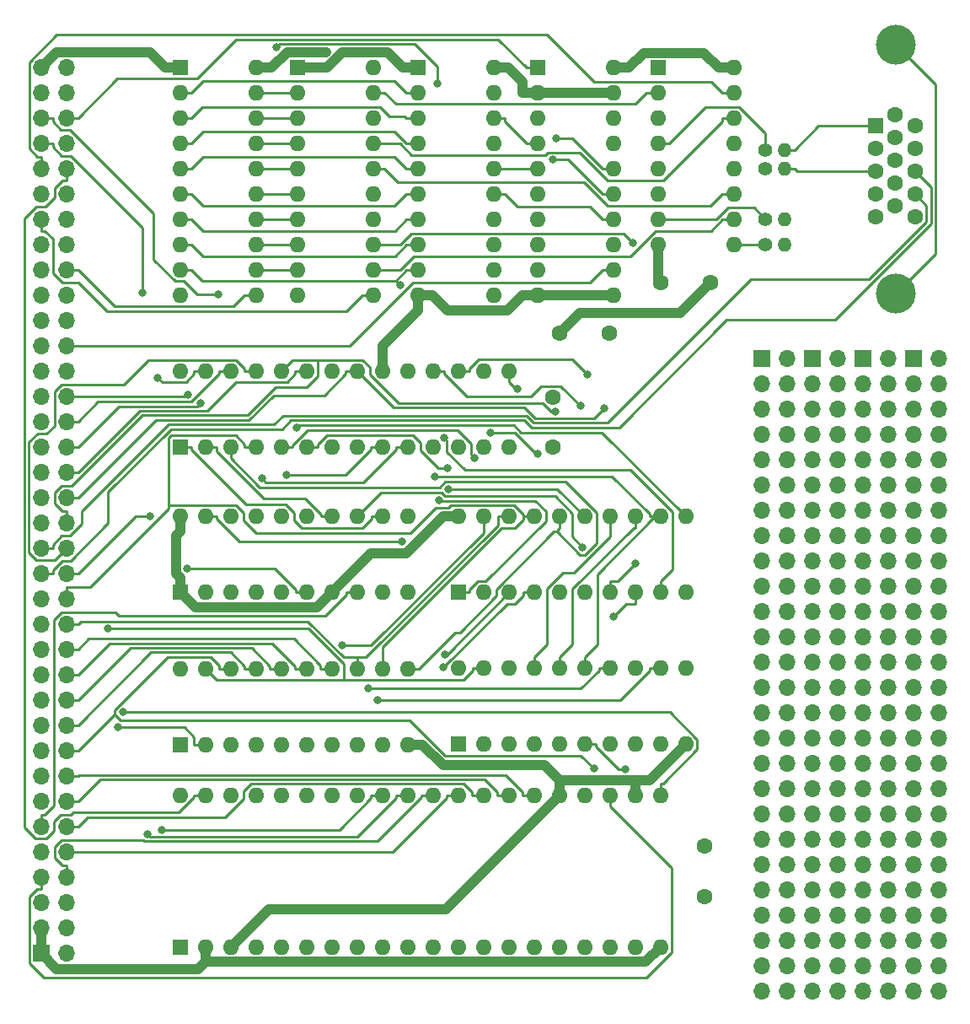
<source format=gtl>
G04 #@! TF.GenerationSoftware,KiCad,Pcbnew,(6.0.1)*
G04 #@! TF.CreationDate,2023-08-09T21:54:41+02:00*
G04 #@! TF.ProjectId,VT100_GRAPH,56543130-305f-4475-9241-50482e6b6963,rev?*
G04 #@! TF.SameCoordinates,Original*
G04 #@! TF.FileFunction,Copper,L1,Top*
G04 #@! TF.FilePolarity,Positive*
%FSLAX46Y46*%
G04 Gerber Fmt 4.6, Leading zero omitted, Abs format (unit mm)*
G04 Created by KiCad (PCBNEW (6.0.1)) date 2023-08-09 21:54:41*
%MOMM*%
%LPD*%
G01*
G04 APERTURE LIST*
G04 #@! TA.AperFunction,ComponentPad*
%ADD10C,1.400000*%
G04 #@! TD*
G04 #@! TA.AperFunction,ComponentPad*
%ADD11O,1.400000X1.400000*%
G04 #@! TD*
G04 #@! TA.AperFunction,ComponentPad*
%ADD12R,1.600000X1.600000*%
G04 #@! TD*
G04 #@! TA.AperFunction,ComponentPad*
%ADD13O,1.600000X1.600000*%
G04 #@! TD*
G04 #@! TA.AperFunction,ComponentPad*
%ADD14R,1.700000X1.700000*%
G04 #@! TD*
G04 #@! TA.AperFunction,ComponentPad*
%ADD15O,1.700000X1.700000*%
G04 #@! TD*
G04 #@! TA.AperFunction,ComponentPad*
%ADD16C,1.600000*%
G04 #@! TD*
G04 #@! TA.AperFunction,ComponentPad*
%ADD17C,4.000000*%
G04 #@! TD*
G04 #@! TA.AperFunction,ViaPad*
%ADD18C,0.800000*%
G04 #@! TD*
G04 #@! TA.AperFunction,Conductor*
%ADD19C,0.250000*%
G04 #@! TD*
G04 #@! TA.AperFunction,Conductor*
%ADD20C,1.000000*%
G04 #@! TD*
G04 APERTURE END LIST*
D10*
X93710000Y-35560000D03*
D11*
X95610000Y-35560000D03*
D12*
X34925000Y-17780000D03*
D13*
X34925000Y-20320000D03*
X34925000Y-22860000D03*
X34925000Y-25400000D03*
X34925000Y-27940000D03*
X34925000Y-30480000D03*
X34925000Y-33020000D03*
X34925000Y-35560000D03*
X34925000Y-38100000D03*
X34925000Y-40640000D03*
X42545000Y-40640000D03*
X42545000Y-38100000D03*
X42545000Y-35560000D03*
X42545000Y-33020000D03*
X42545000Y-30480000D03*
X42545000Y-27940000D03*
X42545000Y-25400000D03*
X42545000Y-22860000D03*
X42545000Y-20320000D03*
X42545000Y-17780000D03*
D12*
X70860000Y-17785000D03*
D13*
X70860000Y-20325000D03*
X70860000Y-22865000D03*
X70860000Y-25405000D03*
X70860000Y-27945000D03*
X70860000Y-30485000D03*
X70860000Y-33025000D03*
X70860000Y-35565000D03*
X70860000Y-38105000D03*
X70860000Y-40645000D03*
X78480000Y-40645000D03*
X78480000Y-38105000D03*
X78480000Y-35565000D03*
X78480000Y-33025000D03*
X78480000Y-30485000D03*
X78480000Y-27945000D03*
X78480000Y-25405000D03*
X78480000Y-22865000D03*
X78480000Y-20325000D03*
X78480000Y-17785000D03*
D14*
X103505000Y-46990000D03*
D15*
X106045000Y-46990000D03*
X103505000Y-49530000D03*
X106045000Y-49530000D03*
X103505000Y-52070000D03*
X106045000Y-52070000D03*
X103505000Y-54610000D03*
X106045000Y-54610000D03*
X103505000Y-57150000D03*
X106045000Y-57150000D03*
X103505000Y-59690000D03*
X106045000Y-59690000D03*
X103505000Y-62230000D03*
X106045000Y-62230000D03*
X103505000Y-64770000D03*
X106045000Y-64770000D03*
X103505000Y-67310000D03*
X106045000Y-67310000D03*
X103505000Y-69850000D03*
X106045000Y-69850000D03*
X103505000Y-72390000D03*
X106045000Y-72390000D03*
X103505000Y-74930000D03*
X106045000Y-74930000D03*
X103505000Y-77470000D03*
X106045000Y-77470000D03*
X103505000Y-80010000D03*
X106045000Y-80010000D03*
X103505000Y-82550000D03*
X106045000Y-82550000D03*
X103505000Y-85090000D03*
X106045000Y-85090000D03*
X103505000Y-87630000D03*
X106045000Y-87630000D03*
X103505000Y-90170000D03*
X106045000Y-90170000D03*
X103505000Y-92710000D03*
X106045000Y-92710000D03*
X103505000Y-95250000D03*
X106045000Y-95250000D03*
X103505000Y-97790000D03*
X106045000Y-97790000D03*
X103505000Y-100330000D03*
X106045000Y-100330000D03*
X103505000Y-102870000D03*
X106045000Y-102870000D03*
X103505000Y-105410000D03*
X106045000Y-105410000D03*
X103505000Y-107950000D03*
X106045000Y-107950000D03*
X103505000Y-110490000D03*
X106045000Y-110490000D03*
D12*
X46730000Y-17785000D03*
D13*
X46730000Y-20325000D03*
X46730000Y-22865000D03*
X46730000Y-25405000D03*
X46730000Y-27945000D03*
X46730000Y-30485000D03*
X46730000Y-33025000D03*
X46730000Y-35565000D03*
X46730000Y-38105000D03*
X46730000Y-40645000D03*
X54350000Y-40645000D03*
X54350000Y-38105000D03*
X54350000Y-35565000D03*
X54350000Y-33025000D03*
X54350000Y-30485000D03*
X54350000Y-27945000D03*
X54350000Y-25405000D03*
X54350000Y-22865000D03*
X54350000Y-20325000D03*
X54350000Y-17785000D03*
D14*
X93345000Y-46990000D03*
D15*
X95885000Y-46990000D03*
X93345000Y-49530000D03*
X95885000Y-49530000D03*
X93345000Y-52070000D03*
X95885000Y-52070000D03*
X93345000Y-54610000D03*
X95885000Y-54610000D03*
X93345000Y-57150000D03*
X95885000Y-57150000D03*
X93345000Y-59690000D03*
X95885000Y-59690000D03*
X93345000Y-62230000D03*
X95885000Y-62230000D03*
X93345000Y-64770000D03*
X95885000Y-64770000D03*
X93345000Y-67310000D03*
X95885000Y-67310000D03*
X93345000Y-69850000D03*
X95885000Y-69850000D03*
X93345000Y-72390000D03*
X95885000Y-72390000D03*
X93345000Y-74930000D03*
X95885000Y-74930000D03*
X93345000Y-77470000D03*
X95885000Y-77470000D03*
X93345000Y-80010000D03*
X95885000Y-80010000D03*
X93345000Y-82550000D03*
X95885000Y-82550000D03*
X93345000Y-85090000D03*
X95885000Y-85090000D03*
X93345000Y-87630000D03*
X95885000Y-87630000D03*
X93345000Y-90170000D03*
X95885000Y-90170000D03*
X93345000Y-92710000D03*
X95885000Y-92710000D03*
X93345000Y-95250000D03*
X95885000Y-95250000D03*
X93345000Y-97790000D03*
X95885000Y-97790000D03*
X93345000Y-100330000D03*
X95885000Y-100330000D03*
X93345000Y-102870000D03*
X95885000Y-102870000D03*
X93345000Y-105410000D03*
X95885000Y-105410000D03*
X93345000Y-107950000D03*
X95885000Y-107950000D03*
X93345000Y-110490000D03*
X95885000Y-110490000D03*
D14*
X108585000Y-46990000D03*
D15*
X111125000Y-46990000D03*
X108585000Y-49530000D03*
X111125000Y-49530000D03*
X108585000Y-52070000D03*
X111125000Y-52070000D03*
X108585000Y-54610000D03*
X111125000Y-54610000D03*
X108585000Y-57150000D03*
X111125000Y-57150000D03*
X108585000Y-59690000D03*
X111125000Y-59690000D03*
X108585000Y-62230000D03*
X111125000Y-62230000D03*
X108585000Y-64770000D03*
X111125000Y-64770000D03*
X108585000Y-67310000D03*
X111125000Y-67310000D03*
X108585000Y-69850000D03*
X111125000Y-69850000D03*
X108585000Y-72390000D03*
X111125000Y-72390000D03*
X108585000Y-74930000D03*
X111125000Y-74930000D03*
X108585000Y-77470000D03*
X111125000Y-77470000D03*
X108585000Y-80010000D03*
X111125000Y-80010000D03*
X108585000Y-82550000D03*
X111125000Y-82550000D03*
X108585000Y-85090000D03*
X111125000Y-85090000D03*
X108585000Y-87630000D03*
X111125000Y-87630000D03*
X108585000Y-90170000D03*
X111125000Y-90170000D03*
X108585000Y-92710000D03*
X111125000Y-92710000D03*
X108585000Y-95250000D03*
X111125000Y-95250000D03*
X108585000Y-97790000D03*
X111125000Y-97790000D03*
X108585000Y-100330000D03*
X111125000Y-100330000D03*
X108585000Y-102870000D03*
X111125000Y-102870000D03*
X108585000Y-105410000D03*
X111125000Y-105410000D03*
X108585000Y-107950000D03*
X111125000Y-107950000D03*
X108585000Y-110490000D03*
X111125000Y-110490000D03*
D16*
X72390000Y-50880000D03*
X72390000Y-55880000D03*
D10*
X93710000Y-26035000D03*
D11*
X95610000Y-26035000D03*
D16*
X87630000Y-100965000D03*
X87630000Y-95965000D03*
X88225000Y-39370000D03*
X83225000Y-39370000D03*
D10*
X93710000Y-27940000D03*
D11*
X95610000Y-27940000D03*
D12*
X62870000Y-85715000D03*
D13*
X65410000Y-85715000D03*
X67950000Y-85715000D03*
X70490000Y-85715000D03*
X73030000Y-85715000D03*
X75570000Y-85715000D03*
X78110000Y-85715000D03*
X80650000Y-85715000D03*
X83190000Y-85715000D03*
X85730000Y-85715000D03*
X85730000Y-78095000D03*
X83190000Y-78095000D03*
X80650000Y-78095000D03*
X78110000Y-78095000D03*
X75570000Y-78095000D03*
X73030000Y-78095000D03*
X70490000Y-78095000D03*
X67950000Y-78095000D03*
X65410000Y-78095000D03*
X62870000Y-78095000D03*
D12*
X34925000Y-106045000D03*
D13*
X37465000Y-106045000D03*
X40005000Y-106045000D03*
X42545000Y-106045000D03*
X45085000Y-106045000D03*
X47625000Y-106045000D03*
X50165000Y-106045000D03*
X52705000Y-106045000D03*
X55245000Y-106045000D03*
X57785000Y-106045000D03*
X60325000Y-106045000D03*
X62865000Y-106045000D03*
X65405000Y-106045000D03*
X67945000Y-106045000D03*
X70485000Y-106045000D03*
X73025000Y-106045000D03*
X75565000Y-106045000D03*
X78105000Y-106045000D03*
X80645000Y-106045000D03*
X83185000Y-106045000D03*
X83185000Y-90805000D03*
X80645000Y-90805000D03*
X78105000Y-90805000D03*
X75565000Y-90805000D03*
X73025000Y-90805000D03*
X70485000Y-90805000D03*
X67945000Y-90805000D03*
X65405000Y-90805000D03*
X62865000Y-90805000D03*
X60325000Y-90805000D03*
X57785000Y-90805000D03*
X55245000Y-90805000D03*
X52705000Y-90805000D03*
X50165000Y-90805000D03*
X47625000Y-90805000D03*
X45085000Y-90805000D03*
X42545000Y-90805000D03*
X40005000Y-90805000D03*
X37465000Y-90805000D03*
X34925000Y-90805000D03*
D16*
X73065000Y-44450000D03*
X78065000Y-44450000D03*
D14*
X20955000Y-106680000D03*
D15*
X23495000Y-106680000D03*
X20955000Y-104140000D03*
X23495000Y-104140000D03*
X20955000Y-101600000D03*
X23495000Y-101600000D03*
X20955000Y-99060000D03*
X23495000Y-99060000D03*
X20955000Y-96520000D03*
X23495000Y-96520000D03*
X20955000Y-93980000D03*
X23495000Y-93980000D03*
X20955000Y-91440000D03*
X23495000Y-91440000D03*
X20955000Y-88900000D03*
X23495000Y-88900000D03*
X20955000Y-86360000D03*
X23495000Y-86360000D03*
X20955000Y-83820000D03*
X23495000Y-83820000D03*
X20955000Y-81280000D03*
X23495000Y-81280000D03*
X20955000Y-78740000D03*
X23495000Y-78740000D03*
X20955000Y-76200000D03*
X23495000Y-76200000D03*
X20955000Y-73660000D03*
X23495000Y-73660000D03*
X20955000Y-71120000D03*
X23495000Y-71120000D03*
X20955000Y-68580000D03*
X23495000Y-68580000D03*
X20955000Y-66040000D03*
X23495000Y-66040000D03*
X20955000Y-63500000D03*
X23495000Y-63500000D03*
X20955000Y-60960000D03*
X23495000Y-60960000D03*
X20955000Y-58420000D03*
X23495000Y-58420000D03*
X20955000Y-55880000D03*
X23495000Y-55880000D03*
X20955000Y-53340000D03*
X23495000Y-53340000D03*
X20955000Y-50800000D03*
X23495000Y-50800000D03*
X20955000Y-48260000D03*
X23495000Y-48260000D03*
X20955000Y-45720000D03*
X23495000Y-45720000D03*
X20955000Y-43180000D03*
X23495000Y-43180000D03*
X20955000Y-40640000D03*
X23495000Y-40640000D03*
X20955000Y-38100000D03*
X23495000Y-38100000D03*
X20955000Y-35560000D03*
X23495000Y-35560000D03*
X20955000Y-33020000D03*
X23495000Y-33020000D03*
X20955000Y-30480000D03*
X23495000Y-30480000D03*
X20955000Y-27940000D03*
X23495000Y-27940000D03*
X20955000Y-25400000D03*
X23495000Y-25400000D03*
X20955000Y-22860000D03*
X23495000Y-22860000D03*
X20955000Y-20320000D03*
X23495000Y-20320000D03*
X20955000Y-17780000D03*
X23495000Y-17780000D03*
D12*
X82925000Y-17795000D03*
D13*
X82925000Y-20335000D03*
X82925000Y-22875000D03*
X82925000Y-25415000D03*
X82925000Y-27955000D03*
X82925000Y-30495000D03*
X82925000Y-33035000D03*
X82925000Y-35575000D03*
X90545000Y-35575000D03*
X90545000Y-33035000D03*
X90545000Y-30495000D03*
X90545000Y-27955000D03*
X90545000Y-25415000D03*
X90545000Y-22875000D03*
X90545000Y-20335000D03*
X90545000Y-17795000D03*
D12*
X34930000Y-70475000D03*
D13*
X37470000Y-70475000D03*
X40010000Y-70475000D03*
X42550000Y-70475000D03*
X45090000Y-70475000D03*
X47630000Y-70475000D03*
X50170000Y-70475000D03*
X52710000Y-70475000D03*
X55250000Y-70475000D03*
X57790000Y-70475000D03*
X57790000Y-62855000D03*
X55250000Y-62855000D03*
X52710000Y-62855000D03*
X50170000Y-62855000D03*
X47630000Y-62855000D03*
X45090000Y-62855000D03*
X42550000Y-62855000D03*
X40010000Y-62855000D03*
X37470000Y-62855000D03*
X34930000Y-62855000D03*
D10*
X93710000Y-33020000D03*
D11*
X95610000Y-33020000D03*
D12*
X58785000Y-17780000D03*
D13*
X58785000Y-20320000D03*
X58785000Y-22860000D03*
X58785000Y-25400000D03*
X58785000Y-27940000D03*
X58785000Y-30480000D03*
X58785000Y-33020000D03*
X58785000Y-35560000D03*
X58785000Y-38100000D03*
X58785000Y-40640000D03*
X66405000Y-40640000D03*
X66405000Y-38100000D03*
X66405000Y-35560000D03*
X66405000Y-33020000D03*
X66405000Y-30480000D03*
X66405000Y-27940000D03*
X66405000Y-25400000D03*
X66405000Y-22860000D03*
X66405000Y-20320000D03*
X66405000Y-17780000D03*
D12*
X34925000Y-85725000D03*
D13*
X37465000Y-85725000D03*
X40005000Y-85725000D03*
X42545000Y-85725000D03*
X45085000Y-85725000D03*
X47625000Y-85725000D03*
X50165000Y-85725000D03*
X52705000Y-85725000D03*
X55245000Y-85725000D03*
X57785000Y-85725000D03*
X57785000Y-78105000D03*
X55245000Y-78105000D03*
X52705000Y-78105000D03*
X50165000Y-78105000D03*
X47625000Y-78105000D03*
X45085000Y-78105000D03*
X42545000Y-78105000D03*
X40005000Y-78105000D03*
X37465000Y-78105000D03*
X34925000Y-78105000D03*
D12*
X34925000Y-55880000D03*
D13*
X37465000Y-55880000D03*
X40005000Y-55880000D03*
X42545000Y-55880000D03*
X45085000Y-55880000D03*
X47625000Y-55880000D03*
X50165000Y-55880000D03*
X52705000Y-55880000D03*
X55245000Y-55880000D03*
X57785000Y-55880000D03*
X60325000Y-55880000D03*
X62865000Y-55880000D03*
X65405000Y-55880000D03*
X67945000Y-55880000D03*
X67945000Y-48260000D03*
X65405000Y-48260000D03*
X62865000Y-48260000D03*
X60325000Y-48260000D03*
X57785000Y-48260000D03*
X55245000Y-48260000D03*
X52705000Y-48260000D03*
X50165000Y-48260000D03*
X47625000Y-48260000D03*
X45085000Y-48260000D03*
X42545000Y-48260000D03*
X40005000Y-48260000D03*
X37465000Y-48260000D03*
X34925000Y-48260000D03*
D12*
X62870000Y-70475000D03*
D13*
X65410000Y-70475000D03*
X67950000Y-70475000D03*
X70490000Y-70475000D03*
X73030000Y-70475000D03*
X75570000Y-70475000D03*
X78110000Y-70475000D03*
X80650000Y-70475000D03*
X83190000Y-70475000D03*
X85730000Y-70475000D03*
X85730000Y-62855000D03*
X83190000Y-62855000D03*
X80650000Y-62855000D03*
X78110000Y-62855000D03*
X75570000Y-62855000D03*
X73030000Y-62855000D03*
X70490000Y-62855000D03*
X67950000Y-62855000D03*
X65410000Y-62855000D03*
X62870000Y-62855000D03*
D17*
X106825000Y-15455000D03*
X106825000Y-40455000D03*
D12*
X104775000Y-23640000D03*
D16*
X104775000Y-25930000D03*
X104775000Y-28220000D03*
X104775000Y-30510000D03*
X104775000Y-32800000D03*
X106755000Y-22495000D03*
X106755000Y-24785000D03*
X106755000Y-27075000D03*
X106755000Y-29365000D03*
X106755000Y-31655000D03*
X108735000Y-23640000D03*
X108735000Y-25930000D03*
X108735000Y-28220000D03*
X108735000Y-30510000D03*
X108735000Y-32800000D03*
D14*
X98425000Y-46990000D03*
D15*
X100965000Y-46990000D03*
X98425000Y-49530000D03*
X100965000Y-49530000D03*
X98425000Y-52070000D03*
X100965000Y-52070000D03*
X98425000Y-54610000D03*
X100965000Y-54610000D03*
X98425000Y-57150000D03*
X100965000Y-57150000D03*
X98425000Y-59690000D03*
X100965000Y-59690000D03*
X98425000Y-62230000D03*
X100965000Y-62230000D03*
X98425000Y-64770000D03*
X100965000Y-64770000D03*
X98425000Y-67310000D03*
X100965000Y-67310000D03*
X98425000Y-69850000D03*
X100965000Y-69850000D03*
X98425000Y-72390000D03*
X100965000Y-72390000D03*
X98425000Y-74930000D03*
X100965000Y-74930000D03*
X98425000Y-77470000D03*
X100965000Y-77470000D03*
X98425000Y-80010000D03*
X100965000Y-80010000D03*
X98425000Y-82550000D03*
X100965000Y-82550000D03*
X98425000Y-85090000D03*
X100965000Y-85090000D03*
X98425000Y-87630000D03*
X100965000Y-87630000D03*
X98425000Y-90170000D03*
X100965000Y-90170000D03*
X98425000Y-92710000D03*
X100965000Y-92710000D03*
X98425000Y-95250000D03*
X100965000Y-95250000D03*
X98425000Y-97790000D03*
X100965000Y-97790000D03*
X98425000Y-100330000D03*
X100965000Y-100330000D03*
X98425000Y-102870000D03*
X100965000Y-102870000D03*
X98425000Y-105410000D03*
X100965000Y-105410000D03*
X98425000Y-107950000D03*
X100965000Y-107950000D03*
X98425000Y-110490000D03*
X100965000Y-110490000D03*
D18*
X49568600Y-16220300D03*
X33045100Y-94281100D03*
X61518500Y-76668600D03*
X31620100Y-94728200D03*
X61381800Y-77991900D03*
X68829500Y-50044300D03*
X70879200Y-56565500D03*
X66104900Y-54420500D03*
X75863200Y-48596800D03*
X80693100Y-67519800D03*
X75139900Y-51755700D03*
X78423000Y-72887200D03*
X57050600Y-39615900D03*
X61419300Y-54963700D03*
X76501600Y-88175700D03*
X43125700Y-59039900D03*
X45571300Y-58708600D03*
X51200000Y-75800400D03*
X61789500Y-57987300D03*
X64463300Y-56953300D03*
X31918700Y-62824100D03*
X61857600Y-60088600D03*
X72595300Y-52281000D03*
X44582300Y-15755200D03*
X60761900Y-19399500D03*
X77527200Y-51980800D03*
X60533100Y-58836300D03*
X53808800Y-80129300D03*
X36935300Y-51508700D03*
X75356100Y-65922500D03*
X35715700Y-50602900D03*
X54725500Y-81289900D03*
X29182400Y-82499500D03*
X28647100Y-84015400D03*
X57175900Y-65340700D03*
X31120900Y-40340100D03*
X60958200Y-61240200D03*
X46586100Y-53930800D03*
X38735000Y-40533100D03*
X27676700Y-74119200D03*
X32675500Y-48906200D03*
X79689100Y-88201200D03*
X35613500Y-68083600D03*
X72374100Y-27036200D03*
X72745300Y-24872100D03*
X80445400Y-35389900D03*
D19*
X37240700Y-19129400D02*
X36050100Y-20320000D01*
X58785000Y-20320000D02*
X57659900Y-20320000D01*
X56469300Y-19129400D02*
X37240700Y-19129400D01*
X57659900Y-20320000D02*
X56469300Y-19129400D01*
X34925000Y-20320000D02*
X36050100Y-20320000D01*
D20*
X78480000Y-20325000D02*
X70860000Y-20325000D01*
X37465000Y-106045000D02*
X37465000Y-107545100D01*
X34513400Y-68558300D02*
X34930000Y-68974900D01*
X54067100Y-66577900D02*
X50170000Y-70475000D01*
X37465000Y-107545100D02*
X81684900Y-107545100D01*
X45673000Y-16220300D02*
X49568600Y-16220300D01*
X90545000Y-17795000D02*
X89044900Y-17795000D01*
X34930000Y-62855000D02*
X34930000Y-64355100D01*
X88225000Y-39370000D02*
X85173800Y-42421200D01*
X81684900Y-107545100D02*
X83185000Y-106045000D01*
X50170000Y-70475000D02*
X48665200Y-71979800D01*
X34930000Y-64355100D02*
X34513400Y-64771700D01*
X78480000Y-17785000D02*
X79980100Y-17785000D01*
X85173800Y-42421200D02*
X75093800Y-42421200D01*
X48665200Y-71979800D02*
X36434800Y-71979800D01*
X89044900Y-17795000D02*
X87544800Y-16294900D01*
X61369900Y-62855000D02*
X57647000Y-66577900D01*
X67905100Y-17780000D02*
X69359900Y-19234800D01*
X75093800Y-42421200D02*
X73065000Y-44450000D01*
X69359900Y-19234800D02*
X69359900Y-20325000D01*
X34930000Y-70475000D02*
X34930000Y-68974900D01*
X37465000Y-107545100D02*
X36750800Y-108259300D01*
X70860000Y-20325000D02*
X69359900Y-20325000D01*
X66405000Y-17780000D02*
X67905100Y-17780000D01*
X87544800Y-16294900D02*
X81470200Y-16294900D01*
X57647000Y-66577900D02*
X54067100Y-66577900D01*
X20955000Y-106680000D02*
X20955000Y-105690100D01*
X36434800Y-71979800D02*
X34930000Y-70475000D01*
X42545000Y-17780000D02*
X44045100Y-17780000D01*
X36750800Y-108259300D02*
X22534300Y-108259300D01*
X34513400Y-64771700D02*
X34513400Y-68558300D01*
X81470200Y-16294900D02*
X79980100Y-17785000D01*
X44113300Y-17780000D02*
X45673000Y-16220300D01*
X20955000Y-104140000D02*
X20955000Y-105690100D01*
X22534300Y-108259300D02*
X20955000Y-106680000D01*
X44045100Y-17780000D02*
X44113300Y-17780000D01*
X62870000Y-62855000D02*
X61369900Y-62855000D01*
D19*
X55245000Y-90805000D02*
X54119900Y-90805000D01*
X57659900Y-22860000D02*
X57475000Y-22675100D01*
X54995500Y-21732900D02*
X37177200Y-21732900D01*
X57475000Y-22675100D02*
X55937700Y-22675100D01*
X54119900Y-91086300D02*
X50925100Y-94281100D01*
X55937700Y-22675100D02*
X54995500Y-21732900D01*
X61756400Y-76668600D02*
X61518500Y-76668600D01*
X37177200Y-21732900D02*
X36050100Y-22860000D01*
X34925000Y-22860000D02*
X36050100Y-22860000D01*
X50925100Y-94281100D02*
X33045100Y-94281100D01*
X54119900Y-90805000D02*
X54119900Y-91086300D01*
X67950000Y-70475000D02*
X61756400Y-76668600D01*
X58785000Y-22860000D02*
X57659900Y-22860000D01*
X69364900Y-70475000D02*
X69364900Y-70756400D01*
X52740000Y-95006200D02*
X56659900Y-91086300D01*
X31898100Y-95006200D02*
X52740000Y-95006200D01*
X69364900Y-70756400D02*
X68521200Y-71600100D01*
X56474000Y-24214100D02*
X57659900Y-25400000D01*
X68521200Y-71600100D02*
X67773600Y-71600100D01*
X37236000Y-24214100D02*
X56474000Y-24214100D01*
X56659900Y-91086300D02*
X56659900Y-90805000D01*
X34925000Y-25400000D02*
X36050100Y-25400000D01*
X58785000Y-25400000D02*
X57659900Y-25400000D01*
X57785000Y-90805000D02*
X56659900Y-90805000D01*
X31620100Y-94728200D02*
X31898100Y-95006200D01*
X70490000Y-70475000D02*
X69364900Y-70475000D01*
X67773600Y-71600100D02*
X61381800Y-77991900D01*
X36050100Y-25400000D02*
X37236000Y-24214100D01*
X54781700Y-95456300D02*
X59199900Y-91038100D01*
X59199900Y-91038100D02*
X59199900Y-90805000D01*
X23127800Y-97884900D02*
X22319800Y-97076900D01*
X60325000Y-90805000D02*
X59199900Y-90805000D01*
X23495000Y-97884900D02*
X23127800Y-97884900D01*
X31322800Y-95456300D02*
X54781700Y-95456300D01*
X23495000Y-99060000D02*
X23495000Y-97884900D01*
X22319800Y-97076900D02*
X22319800Y-96030300D01*
X36050100Y-27940000D02*
X37236000Y-26754100D01*
X37236000Y-26754100D02*
X56474000Y-26754100D01*
X34925000Y-27940000D02*
X36050100Y-27940000D01*
X22319800Y-96030300D02*
X23005300Y-95344800D01*
X68604200Y-50044300D02*
X68829500Y-50044300D01*
X56474000Y-26754100D02*
X57659900Y-27940000D01*
X58785000Y-27940000D02*
X57659900Y-27940000D01*
X31211300Y-95344800D02*
X31322800Y-95456300D01*
X67945000Y-48260000D02*
X67945000Y-49385100D01*
X23005300Y-95344800D02*
X31211300Y-95344800D01*
X67945000Y-49385100D02*
X68604200Y-50044300D01*
X61739900Y-91086300D02*
X61739900Y-90805000D01*
X57659900Y-30480000D02*
X56469300Y-31670600D01*
X24670100Y-96520000D02*
X56306200Y-96520000D01*
X56306200Y-96520000D02*
X61739900Y-91086300D01*
X62865000Y-90805000D02*
X61739900Y-90805000D01*
X34925000Y-30480000D02*
X36050100Y-30480000D01*
X37240700Y-31670600D02*
X36050100Y-30480000D01*
X56469300Y-31670600D02*
X37240700Y-31670600D01*
X68535700Y-54420500D02*
X66104900Y-54420500D01*
X23495000Y-96520000D02*
X24670100Y-96520000D01*
X70680700Y-56565500D02*
X68535700Y-54420500D01*
X58785000Y-30480000D02*
X57659900Y-30480000D01*
X70879200Y-56565500D02*
X70680700Y-56565500D01*
X23495000Y-93980000D02*
X24670100Y-93980000D01*
X75863200Y-48596800D02*
X74347300Y-47080900D01*
X41275000Y-91190900D02*
X39443700Y-93022200D01*
X64279900Y-90805000D02*
X64279900Y-90523700D01*
X56510400Y-34169500D02*
X37199600Y-34169500D01*
X64936000Y-47080900D02*
X63990100Y-48026800D01*
X34925000Y-33020000D02*
X36050100Y-33020000D01*
X42053700Y-89672800D02*
X41275000Y-90451500D01*
X62865000Y-48260000D02*
X63990100Y-48260000D01*
X25627900Y-93022200D02*
X24670100Y-93980000D01*
X63990100Y-48026800D02*
X63990100Y-48260000D01*
X57659900Y-33020000D02*
X56510400Y-34169500D01*
X78110000Y-69349900D02*
X78863000Y-69349900D01*
X65405000Y-90805000D02*
X64279900Y-90805000D01*
X39443700Y-93022200D02*
X25627900Y-93022200D01*
X63429000Y-89672800D02*
X42053700Y-89672800D01*
X78110000Y-70475000D02*
X78110000Y-69349900D01*
X74347300Y-47080900D02*
X64936000Y-47080900D01*
X41275000Y-90451500D02*
X41275000Y-91190900D01*
X64279900Y-90523700D02*
X63429000Y-89672800D01*
X78863000Y-69349900D02*
X80693100Y-67519800D01*
X58785000Y-33020000D02*
X57659900Y-33020000D01*
X37199600Y-34169500D02*
X36050100Y-33020000D01*
X73139000Y-49754800D02*
X71165400Y-49754800D01*
X70150700Y-50769500D02*
X63726400Y-50769500D01*
X60325000Y-48260000D02*
X61450100Y-48260000D01*
X79710100Y-71600100D02*
X78423000Y-72887200D01*
X67945000Y-90805000D02*
X66819900Y-90805000D01*
X37199600Y-36709500D02*
X36050100Y-35560000D01*
X34925000Y-35560000D02*
X36050100Y-35560000D01*
X56510400Y-36709500D02*
X37199600Y-36709500D01*
X75139900Y-51755700D02*
X73139000Y-49754800D01*
X80650000Y-70475000D02*
X80650000Y-71600100D01*
X57659900Y-35560000D02*
X56510400Y-36709500D01*
X61450100Y-48493200D02*
X61450100Y-48260000D01*
X23495000Y-91440000D02*
X24670100Y-91440000D01*
X71165400Y-49754800D02*
X70150700Y-50769500D01*
X63726400Y-50769500D02*
X61450100Y-48493200D01*
X65518800Y-89222600D02*
X66819900Y-90523700D01*
X80650000Y-71600100D02*
X79710100Y-71600100D01*
X24670100Y-91440000D02*
X26887500Y-89222600D01*
X26887500Y-89222600D02*
X65518800Y-89222600D01*
X58785000Y-35560000D02*
X57659900Y-35560000D01*
X66819900Y-90523700D02*
X66819900Y-90805000D01*
X83190000Y-70475000D02*
X83190000Y-69349900D01*
X70485000Y-90805000D02*
X69359900Y-90805000D01*
X84354300Y-68185600D02*
X84354300Y-62379800D01*
X61739800Y-56346100D02*
X61739800Y-55284200D01*
X56597300Y-39162600D02*
X56529400Y-39230500D01*
X23495000Y-88900000D02*
X24670100Y-88900000D01*
X63585200Y-58191500D02*
X61739800Y-56346100D01*
X61739800Y-55284200D02*
X61419300Y-54963700D01*
X69359900Y-90805000D02*
X69359900Y-90523700D01*
X69359900Y-90523700D02*
X67608600Y-88772400D01*
X83190000Y-69349900D02*
X84354300Y-68185600D01*
X80166000Y-58191500D02*
X63585200Y-58191500D01*
X84354300Y-62379800D02*
X80166000Y-58191500D01*
X24797700Y-88772400D02*
X24670100Y-88900000D01*
X67608600Y-88772400D02*
X24797700Y-88772400D01*
X34925000Y-38100000D02*
X36050100Y-38100000D01*
X56529400Y-39230500D02*
X37180600Y-39230500D01*
X57659900Y-38100000D02*
X56597300Y-39162600D01*
X37180600Y-39230500D02*
X36050100Y-38100000D01*
X58785000Y-38100000D02*
X57659900Y-38100000D01*
X57050600Y-39615900D02*
X56597300Y-39162600D01*
X33713800Y-76931500D02*
X28328700Y-82316600D01*
X56659900Y-55880000D02*
X56659900Y-56114000D01*
X28328700Y-82316600D02*
X28328700Y-82701300D01*
X61567300Y-86840200D02*
X75166100Y-86840200D01*
X53340200Y-59433700D02*
X43519500Y-59433700D01*
X58002700Y-83275600D02*
X61567300Y-86840200D01*
X28328700Y-82701300D02*
X28328800Y-82701300D01*
X40005000Y-78105000D02*
X38879900Y-78105000D01*
X43519500Y-59433700D02*
X43125700Y-59039900D01*
X38879900Y-78105000D02*
X38879900Y-77823700D01*
X24670100Y-86360000D02*
X28328800Y-82701300D01*
X28903000Y-83275600D02*
X58002700Y-83275600D01*
X56659900Y-56114000D02*
X53340200Y-59433700D01*
X38879900Y-77823700D02*
X37987700Y-76931500D01*
X23495000Y-86360000D02*
X24670100Y-86360000D01*
X75166100Y-86840200D02*
X76501600Y-88175700D01*
X57785000Y-55880000D02*
X56659900Y-55880000D01*
X37987700Y-76931500D02*
X33713800Y-76931500D01*
X28328800Y-82701300D02*
X28903000Y-83275600D01*
X54119900Y-55880000D02*
X54119900Y-56161300D01*
X23495000Y-83820000D02*
X24670100Y-83820000D01*
X51572600Y-58708600D02*
X45571300Y-58708600D01*
X40029300Y-76481300D02*
X32008800Y-76481300D01*
X55245000Y-55880000D02*
X54119900Y-55880000D01*
X41419900Y-78105000D02*
X41419900Y-77871900D01*
X42545000Y-78105000D02*
X41419900Y-78105000D01*
X54119900Y-56161300D02*
X51572600Y-58708600D01*
X41419900Y-77871900D02*
X40029300Y-76481300D01*
X32008800Y-76481300D02*
X24670100Y-83820000D01*
X43959900Y-77889600D02*
X42101500Y-76031200D01*
X23495000Y-81280000D02*
X24670100Y-81280000D01*
X29918900Y-76031200D02*
X24670100Y-81280000D01*
X43959900Y-78105000D02*
X43959900Y-77889600D01*
X45085000Y-78105000D02*
X43959900Y-78105000D01*
X42101500Y-76031200D02*
X29918900Y-76031200D01*
X23495000Y-78740000D02*
X24670100Y-78740000D01*
X46499900Y-78105000D02*
X46499900Y-77878400D01*
X46499900Y-77878400D02*
X44187600Y-75566100D01*
X27844000Y-75566100D02*
X24670100Y-78740000D01*
X47625000Y-78105000D02*
X46499900Y-78105000D01*
X44187600Y-75566100D02*
X27844000Y-75566100D01*
X54117500Y-75800400D02*
X51200000Y-75800400D01*
X49039900Y-78105000D02*
X49039900Y-77823700D01*
X60830000Y-57987300D02*
X59055000Y-56212300D01*
X49039900Y-77823700D02*
X46332200Y-75116000D01*
X59055000Y-56212300D02*
X59055000Y-55483500D01*
X49677700Y-54719200D02*
X48750100Y-55646800D01*
X23495000Y-76200000D02*
X24670100Y-76200000D01*
X65410000Y-64507900D02*
X54117500Y-75800400D01*
X61789500Y-57987300D02*
X60830000Y-57987300D01*
X59055000Y-55483500D02*
X58290700Y-54719200D01*
X25754100Y-75116000D02*
X24670100Y-76200000D01*
X50165000Y-78105000D02*
X49039900Y-78105000D01*
X47625000Y-55880000D02*
X48750100Y-55880000D01*
X46332200Y-75116000D02*
X25754100Y-75116000D01*
X65410000Y-62855000D02*
X65410000Y-64507900D01*
X48750100Y-55646800D02*
X48750100Y-55880000D01*
X58290700Y-54719200D02*
X49677700Y-54719200D01*
X62816700Y-54218000D02*
X64135000Y-55536300D01*
X45085000Y-55880000D02*
X46210100Y-55880000D01*
X66824900Y-63729700D02*
X66824900Y-62855000D01*
X64135000Y-56625000D02*
X64463300Y-56953300D01*
X51354100Y-76979900D02*
X52705000Y-76979900D01*
X46210100Y-55703600D02*
X47695700Y-54218000D01*
X47695700Y-54218000D02*
X62816700Y-54218000D01*
X23495000Y-73660000D02*
X24670100Y-73660000D01*
X47748900Y-73374700D02*
X51354100Y-76979900D01*
X24955400Y-73374700D02*
X47748900Y-73374700D01*
X46210100Y-55880000D02*
X46210100Y-55703600D01*
X52705000Y-78105000D02*
X52705000Y-76979900D01*
X52705000Y-76979900D02*
X53574700Y-76979900D01*
X24670100Y-73660000D02*
X24955400Y-73374700D01*
X53574700Y-76979900D02*
X66824900Y-63729700D01*
X64135000Y-55536300D02*
X64135000Y-56625000D01*
X67950000Y-62855000D02*
X66824900Y-62855000D01*
X41419900Y-55646900D02*
X41419900Y-55880000D01*
X42579500Y-64519300D02*
X58036700Y-64519300D01*
X40517600Y-61696800D02*
X41280000Y-62459200D01*
X67235700Y-63980100D02*
X55245000Y-75970800D01*
X69364900Y-62621900D02*
X69364900Y-62855000D01*
X62110600Y-61713900D02*
X68456900Y-61713900D01*
X55245000Y-75970800D02*
X55245000Y-78105000D01*
X33782400Y-54957000D02*
X34007200Y-54732200D01*
X33782400Y-61696800D02*
X40517600Y-61696800D01*
X69364900Y-62855000D02*
X69364900Y-63136400D01*
X68456900Y-61713900D02*
X69364900Y-62621900D01*
X58036700Y-64519300D02*
X60590700Y-61965300D01*
X40505200Y-54732200D02*
X41419900Y-55646900D01*
X70490000Y-62855000D02*
X69364900Y-62855000D01*
X42545000Y-55880000D02*
X41419900Y-55880000D01*
X61859200Y-61965300D02*
X62110600Y-61713900D01*
X69364900Y-63136400D02*
X68521200Y-63980100D01*
X33782400Y-61696800D02*
X33782400Y-54957000D01*
X68521200Y-63980100D02*
X67235700Y-63980100D01*
X41280000Y-62459200D02*
X41280000Y-63219800D01*
X34007200Y-54732200D02*
X40505200Y-54732200D01*
X25903900Y-69944900D02*
X33782400Y-62066400D01*
X33782400Y-62066400D02*
X33782400Y-61696800D01*
X60590700Y-61965300D02*
X61859200Y-61965300D01*
X23495000Y-71120000D02*
X23495000Y-69944900D01*
X41280000Y-63219800D02*
X42579500Y-64519300D01*
X23495000Y-69944900D02*
X25903900Y-69944900D01*
X40005000Y-55880000D02*
X40005000Y-57005100D01*
X75111300Y-66703100D02*
X72789700Y-64381500D01*
X72443000Y-64381500D02*
X72789700Y-64381500D01*
X63025900Y-74468300D02*
X66680000Y-70814200D01*
X40005000Y-57005100D02*
X42899900Y-59900000D01*
X61557400Y-59363500D02*
X73674900Y-59363500D01*
X73674900Y-59363500D02*
X76751100Y-62439700D01*
X57785000Y-78105000D02*
X58910100Y-78105000D01*
X66680000Y-70144500D02*
X72443000Y-64381500D01*
X72789700Y-64220400D02*
X73030000Y-63980100D01*
X73030000Y-62855000D02*
X73030000Y-63980100D01*
X62546800Y-74468300D02*
X63025900Y-74468300D01*
X61020900Y-59900000D02*
X61557400Y-59363500D01*
X30426000Y-62824100D02*
X24670100Y-68580000D01*
X58910100Y-78105000D02*
X62546800Y-74468300D01*
X72789700Y-64381500D02*
X72789700Y-64220400D01*
X23495000Y-68580000D02*
X24670100Y-68580000D01*
X75601200Y-66703100D02*
X75111300Y-66703100D01*
X76751100Y-65553200D02*
X75601200Y-66703100D01*
X31918700Y-62824100D02*
X30426000Y-62824100D01*
X76751100Y-62439700D02*
X76751100Y-65553200D01*
X42899900Y-59900000D02*
X61020900Y-59900000D01*
X66680000Y-70814200D02*
X66680000Y-70144500D01*
X20955000Y-68580000D02*
X22130100Y-68580000D01*
X70214300Y-53916500D02*
X79014400Y-53916500D01*
X46053800Y-53205600D02*
X69503400Y-53205600D01*
X110351900Y-29836900D02*
X108735000Y-28220000D01*
X100709900Y-43086100D02*
X110351900Y-33444100D01*
X110351900Y-33444100D02*
X110351900Y-29836900D01*
X27694800Y-60364200D02*
X33984800Y-54074200D01*
X23086800Y-67310000D02*
X23898500Y-67310000D01*
X27694800Y-63513700D02*
X27694800Y-60364200D01*
X69503400Y-53205600D02*
X70214300Y-53916500D01*
X33984800Y-54074200D02*
X45185200Y-54074200D01*
X22130100Y-68266700D02*
X23086800Y-67310000D01*
X79014400Y-53916500D02*
X89844800Y-43086100D01*
X22130100Y-68580000D02*
X22130100Y-68266700D01*
X23898500Y-67310000D02*
X27694800Y-63513700D01*
X89844800Y-43086100D02*
X100709900Y-43086100D01*
X45185200Y-54074200D02*
X46053800Y-53205600D01*
X41419900Y-48260000D02*
X41419900Y-48026900D01*
X20619300Y-54515200D02*
X19733800Y-55400700D01*
X20480200Y-67232300D02*
X22302700Y-67232300D01*
X61857600Y-60088600D02*
X72803600Y-60088600D01*
X19733800Y-66485900D02*
X20480200Y-67232300D01*
X31734600Y-47130000D02*
X29250400Y-49614200D01*
X22302700Y-67232300D02*
X23495000Y-66040000D01*
X41419900Y-48026900D02*
X40523000Y-47130000D01*
X72803600Y-60088600D02*
X75570000Y-62855000D01*
X29250400Y-49614200D02*
X22979900Y-49614200D01*
X22979900Y-49614200D02*
X22319800Y-50274300D01*
X21522600Y-54515200D02*
X20619300Y-54515200D01*
X19733800Y-55400700D02*
X19733800Y-66485900D01*
X42545000Y-48260000D02*
X41419900Y-48260000D01*
X40523000Y-47130000D02*
X31734600Y-47130000D01*
X22319800Y-50274300D02*
X22319800Y-53718000D01*
X22319800Y-53718000D02*
X21522600Y-54515200D01*
X25069600Y-63590000D02*
X25069600Y-62352700D01*
X109901700Y-33257600D02*
X109901700Y-31676700D01*
X25069600Y-62352700D02*
X33798300Y-53624000D01*
X92296600Y-39014000D02*
X104145300Y-39014000D01*
X45254400Y-52731800D02*
X69711600Y-52731800D01*
X109901700Y-31676700D02*
X108735000Y-30510000D01*
X22130100Y-66040000D02*
X22130100Y-65674700D01*
X104145300Y-39014000D02*
X109901700Y-33257600D01*
X23889600Y-64770000D02*
X25069600Y-63590000D01*
X23034800Y-64770000D02*
X23889600Y-64770000D01*
X70437100Y-53457300D02*
X77853300Y-53457300D01*
X20955000Y-66040000D02*
X22130100Y-66040000D01*
X44362200Y-53624000D02*
X45254400Y-52731800D01*
X22130100Y-65674700D02*
X23034800Y-64770000D01*
X77853300Y-53457300D02*
X92296600Y-39014000D01*
X69711600Y-52731800D02*
X70437100Y-53457300D01*
X33798300Y-53624000D02*
X44362200Y-53624000D01*
X22969300Y-59784800D02*
X22318000Y-60436100D01*
X44496200Y-49884900D02*
X41697000Y-52684100D01*
X48762600Y-48732500D02*
X47610200Y-49884900D01*
X78110000Y-64863500D02*
X74498100Y-68475400D01*
X47610200Y-49884900D02*
X44496200Y-49884900D01*
X22318000Y-60436100D02*
X22318000Y-61513200D01*
X71760000Y-70114000D02*
X71760000Y-75699900D01*
X56836500Y-51444800D02*
X53975000Y-48583300D01*
X23129700Y-62324900D02*
X23495000Y-62324900D01*
X70490000Y-78095000D02*
X70490000Y-76969900D01*
X73398600Y-68475400D02*
X71760000Y-70114000D01*
X45085000Y-48260000D02*
X46210200Y-47134800D01*
X72199800Y-52281000D02*
X71363600Y-51444800D01*
X74498100Y-68475400D02*
X73398600Y-68475400D01*
X72595300Y-52281000D02*
X72199800Y-52281000D01*
X78110000Y-62855000D02*
X78110000Y-64863500D01*
X48762600Y-47134800D02*
X48762600Y-48732500D01*
X53975000Y-48583300D02*
X53975000Y-47859000D01*
X71363600Y-51444800D02*
X56836500Y-51444800D01*
X23495000Y-63500000D02*
X23495000Y-62324900D01*
X22318000Y-61513200D02*
X23129700Y-62324900D01*
X41697000Y-52684100D02*
X31130900Y-52684100D01*
X46210200Y-47134800D02*
X48762600Y-47134800D01*
X71760000Y-75699900D02*
X70490000Y-76969900D01*
X53975000Y-47859000D02*
X53250800Y-47134800D01*
X31130900Y-52684100D02*
X24030200Y-59784800D01*
X53250800Y-47134800D02*
X48762600Y-47134800D01*
X24030200Y-59784800D02*
X22969300Y-59784800D01*
X60761900Y-19399500D02*
X60761900Y-17678500D01*
X44944200Y-15393300D02*
X44582300Y-15755200D01*
X58476700Y-15393300D02*
X44944200Y-15393300D01*
X60761900Y-17678500D02*
X58476700Y-15393300D01*
X76500900Y-53007100D02*
X77527200Y-51980800D01*
X80650000Y-63980100D02*
X80453700Y-63980100D01*
X74300000Y-75699900D02*
X73030000Y-76969900D01*
X80453700Y-63980100D02*
X74300000Y-70133800D01*
X74300000Y-70133800D02*
X74300000Y-75699900D01*
X41844000Y-53173800D02*
X32456300Y-53173800D01*
X51579900Y-48541300D02*
X49417800Y-50703400D01*
X51579900Y-48260000D02*
X51579900Y-48541300D01*
X52705000Y-48260000D02*
X56340000Y-51895000D01*
X56340000Y-51895000D02*
X69511400Y-51895000D01*
X49417800Y-50703400D02*
X44314400Y-50703400D01*
X73030000Y-78095000D02*
X73030000Y-76969900D01*
X32456300Y-53173800D02*
X24670100Y-60960000D01*
X23495000Y-60960000D02*
X24670100Y-60960000D01*
X70623500Y-53007100D02*
X76500900Y-53007100D01*
X80650000Y-62855000D02*
X80650000Y-63980100D01*
X69511400Y-51895000D02*
X70623500Y-53007100D01*
X44314400Y-50703400D02*
X41844000Y-53173800D01*
X52705000Y-48260000D02*
X51579900Y-48260000D01*
X40560500Y-14943200D02*
X36598500Y-18905200D01*
X69734900Y-17785000D02*
X66893100Y-14943200D01*
X36598500Y-18905200D02*
X28624900Y-18905200D01*
X28624900Y-18905200D02*
X24670100Y-22860000D01*
X23495000Y-22860000D02*
X24670100Y-22860000D01*
X66893100Y-14943200D02*
X40560500Y-14943200D01*
X70860000Y-17785000D02*
X69734900Y-17785000D01*
X23495000Y-58420000D02*
X24670100Y-58420000D01*
X37649400Y-52233900D02*
X30856200Y-52233900D01*
X47625000Y-48260000D02*
X46499900Y-48260000D01*
X76840000Y-68656700D02*
X76840000Y-75699900D01*
X30856200Y-52233900D02*
X24670100Y-58420000D01*
X83190000Y-62855000D02*
X82641700Y-62855000D01*
X45656200Y-49385100D02*
X40498200Y-49385100D01*
X82641700Y-62855000D02*
X82064900Y-62855000D01*
X46499900Y-48260000D02*
X46499900Y-48541400D01*
X75570000Y-78095000D02*
X75570000Y-76969900D01*
X78327500Y-58836300D02*
X82064900Y-62573700D01*
X82064900Y-62573700D02*
X82064900Y-62855000D01*
X82641700Y-62855000D02*
X76840000Y-68656700D01*
X76840000Y-75699900D02*
X75570000Y-76969900D01*
X60533100Y-58836300D02*
X78327500Y-58836300D01*
X46499900Y-48541400D02*
X45656200Y-49385100D01*
X40498200Y-49385100D02*
X37649400Y-52233900D01*
X36935300Y-51508700D02*
X36660200Y-51783800D01*
X50170000Y-62855000D02*
X49044900Y-62855000D01*
X78110000Y-78095000D02*
X76984900Y-78095000D01*
X36660200Y-51783800D02*
X28766300Y-51783800D01*
X47432700Y-61009700D02*
X49044900Y-62621900D01*
X37465000Y-55880000D02*
X38590100Y-55880000D01*
X43342700Y-61009700D02*
X47432700Y-61009700D01*
X53808800Y-80129300D02*
X75183700Y-80129300D01*
X75183700Y-80129300D02*
X76984900Y-78328100D01*
X38590100Y-56257100D02*
X43342700Y-61009700D01*
X38590100Y-55880000D02*
X38590100Y-56257100D01*
X23495000Y-55880000D02*
X24670100Y-55880000D01*
X49044900Y-62621900D02*
X49044900Y-62855000D01*
X76984900Y-78328100D02*
X76984900Y-78095000D01*
X28766300Y-51783800D02*
X24670100Y-55880000D01*
X55083500Y-60481500D02*
X61225100Y-60481500D01*
X72582000Y-60813700D02*
X74300000Y-62531700D01*
X52710000Y-62855000D02*
X55083500Y-60481500D01*
X40005000Y-48260000D02*
X38879900Y-48260000D01*
X38879900Y-48511900D02*
X36058200Y-51333600D01*
X38879900Y-48260000D02*
X38879900Y-48511900D01*
X23495000Y-53340000D02*
X24670100Y-53340000D01*
X74300000Y-62531700D02*
X74300000Y-64866400D01*
X74300000Y-64866400D02*
X75356100Y-65922500D01*
X61557300Y-60813700D02*
X72582000Y-60813700D01*
X26676500Y-51333600D02*
X24670100Y-53340000D01*
X61225100Y-60481500D02*
X61557300Y-60813700D01*
X36058200Y-51333600D02*
X26676500Y-51333600D01*
X45539300Y-61638800D02*
X46360000Y-62459500D01*
X47139900Y-63999800D02*
X53233700Y-63999800D01*
X54124900Y-63108600D02*
X54124900Y-62855000D01*
X41527500Y-61638800D02*
X45539300Y-61638800D01*
X46360000Y-62459500D02*
X46360000Y-63219900D01*
X46360000Y-63219900D02*
X47139900Y-63999800D01*
X34925000Y-55880000D02*
X36050100Y-55880000D01*
X35715700Y-50602900D02*
X35518600Y-50800000D01*
X55250000Y-62855000D02*
X54124900Y-62855000D01*
X83190000Y-78095000D02*
X82064900Y-78095000D01*
X36050100Y-55880000D02*
X36050100Y-56161400D01*
X82064900Y-78328100D02*
X79103100Y-81289900D01*
X82064900Y-78095000D02*
X82064900Y-78328100D01*
X23495000Y-50800000D02*
X24670100Y-50800000D01*
X79103100Y-81289900D02*
X54725500Y-81289900D01*
X53233700Y-63999800D02*
X54124900Y-63108600D01*
X35518600Y-50800000D02*
X24670100Y-50800000D01*
X36050100Y-56161400D02*
X41527500Y-61638800D01*
X76084900Y-39375000D02*
X77354900Y-38105000D01*
X58316900Y-39375000D02*
X76084900Y-39375000D01*
X78480000Y-38105000D02*
X77354900Y-38105000D01*
X51971900Y-45720000D02*
X58316900Y-39375000D01*
X23495000Y-45720000D02*
X51971900Y-45720000D01*
X86871300Y-85219900D02*
X84151000Y-82499600D01*
X29182400Y-82499600D02*
X29182400Y-82499500D01*
X83418100Y-89679900D02*
X86871300Y-86226700D01*
X83185000Y-89679900D02*
X83418100Y-89679900D01*
X84151000Y-82499600D02*
X29182400Y-82499600D01*
X86871300Y-86226700D02*
X86871300Y-85219900D01*
X83185000Y-90805000D02*
X83185000Y-89679900D01*
X28345700Y-41775600D02*
X24670100Y-38100000D01*
X40284300Y-41775600D02*
X28345700Y-41775600D01*
X35333500Y-84015400D02*
X28647100Y-84015400D01*
X23495000Y-38100000D02*
X24670100Y-38100000D01*
X36339900Y-85021800D02*
X35333500Y-84015400D01*
X36339900Y-85725000D02*
X36339900Y-85021800D01*
X42545000Y-40640000D02*
X41419900Y-40640000D01*
X41419900Y-40640000D02*
X40284300Y-41775600D01*
X37465000Y-85725000D02*
X36339900Y-85725000D01*
X21480700Y-95155200D02*
X22257400Y-94378500D01*
X19271800Y-32960600D02*
X19271800Y-94034300D01*
X36339900Y-91038100D02*
X36339900Y-90805000D01*
X22257400Y-94378500D02*
X22257400Y-93489000D01*
X23495000Y-27940000D02*
X23495000Y-29115100D01*
X24174800Y-92572000D02*
X34806000Y-92572000D01*
X22257400Y-93489000D02*
X22941600Y-92804800D01*
X19271800Y-94034300D02*
X20392700Y-95155200D01*
X23942000Y-92804800D02*
X24174800Y-92572000D01*
X22319900Y-29922900D02*
X22319900Y-30816000D01*
X20392700Y-95155200D02*
X21480700Y-95155200D01*
X22319900Y-30816000D02*
X21385900Y-31750000D01*
X23127700Y-29115100D02*
X22319900Y-29922900D01*
X20482400Y-31750000D02*
X19271800Y-32960600D01*
X34806000Y-92572000D02*
X36339900Y-91038100D01*
X21385900Y-31750000D02*
X20482400Y-31750000D01*
X22941600Y-92804800D02*
X23942000Y-92804800D01*
X23495000Y-29115100D02*
X23127700Y-29115100D01*
X37465000Y-90805000D02*
X36339900Y-90805000D01*
X38595100Y-63088200D02*
X40847600Y-65340700D01*
X31120900Y-40340100D02*
X31120900Y-33887000D01*
X37470000Y-62855000D02*
X38595100Y-62855000D01*
X70603100Y-61263800D02*
X71663100Y-62323800D01*
X31120900Y-33887000D02*
X23903900Y-26670000D01*
X71663100Y-62323800D02*
X71663100Y-63308300D01*
X71663100Y-63308300D02*
X65621500Y-69349900D01*
X62870000Y-70475000D02*
X63995100Y-70475000D01*
X63995100Y-70193600D02*
X63995100Y-70475000D01*
X40847600Y-65340700D02*
X57175900Y-65340700D01*
X65621500Y-69349900D02*
X64838800Y-69349900D01*
X20955000Y-25400000D02*
X22130100Y-25400000D01*
X23903900Y-26670000D02*
X23034800Y-26670000D01*
X60958200Y-61240200D02*
X60981800Y-61263800D01*
X64838800Y-69349900D02*
X63995100Y-70193600D01*
X38595100Y-62855000D02*
X38595100Y-63088200D01*
X22130100Y-25765300D02*
X22130100Y-25400000D01*
X60981800Y-61263800D02*
X70603100Y-61263800D01*
X23034800Y-26670000D02*
X22130100Y-25765300D01*
X85730000Y-62855000D02*
X77305400Y-54430400D01*
X34414100Y-39225200D02*
X35310300Y-39225200D01*
X32273600Y-32428900D02*
X32273600Y-37084700D01*
X36618200Y-40533100D02*
X38735000Y-40533100D01*
X20955000Y-22860000D02*
X22130100Y-22860000D01*
X22937900Y-24035100D02*
X23879800Y-24035100D01*
X46821600Y-53695300D02*
X46586100Y-53930800D01*
X32273600Y-37084700D02*
X34414100Y-39225200D01*
X69182200Y-54430400D02*
X68447100Y-53695300D01*
X77305400Y-54430400D02*
X69182200Y-54430400D01*
X22130100Y-23227300D02*
X22937900Y-24035100D01*
X35310300Y-39225200D02*
X36618200Y-40533100D01*
X23879800Y-24035100D02*
X32273600Y-32428900D01*
X68447100Y-53695300D02*
X46821600Y-53695300D01*
X22130100Y-22860000D02*
X22130100Y-23227300D01*
X63369200Y-79243800D02*
X64284900Y-78328100D01*
X65410000Y-78095000D02*
X64284900Y-78095000D01*
X38603800Y-79243800D02*
X51338800Y-79243800D01*
X51338800Y-77661900D02*
X47796100Y-74119200D01*
X64284900Y-78328100D02*
X64284900Y-78095000D01*
X47796100Y-74119200D02*
X27676700Y-74119200D01*
X37465000Y-78105000D02*
X38603800Y-79243800D01*
X51338800Y-79243800D02*
X51338800Y-77661900D01*
X51338800Y-79243800D02*
X63369200Y-79243800D01*
D20*
X73025000Y-90805000D02*
X61581600Y-102248400D01*
X57785000Y-85725000D02*
X59285100Y-85725000D01*
X31868900Y-16224000D02*
X22511000Y-16224000D01*
X82925000Y-39070000D02*
X82925000Y-35575000D01*
X59285100Y-85725000D02*
X61364900Y-87804800D01*
X55245000Y-48260000D02*
X55245000Y-45680100D01*
X83225000Y-39370000D02*
X82925000Y-39070000D01*
X58785000Y-40640000D02*
X60285100Y-40640000D01*
X78480000Y-40645000D02*
X70860000Y-40645000D01*
X58785000Y-40640000D02*
X58785000Y-42140100D01*
X61820600Y-42175500D02*
X60285100Y-40640000D01*
X51201200Y-16284900D02*
X55789800Y-16284900D01*
X33424900Y-17780000D02*
X31868900Y-16224000D01*
X55245000Y-45680100D02*
X58785000Y-42140100D01*
X49701100Y-17785000D02*
X51201200Y-16284900D01*
X48230100Y-17785000D02*
X49701100Y-17785000D01*
X61364900Y-87804800D02*
X71524900Y-87804800D01*
X67829400Y-42175500D02*
X61820600Y-42175500D01*
X80645000Y-90805000D02*
X80645000Y-89304900D01*
X73025000Y-90805000D02*
X73025000Y-89304900D01*
X71524900Y-87804800D02*
X73025000Y-89304900D01*
X58785000Y-17780000D02*
X57284900Y-17780000D01*
X82140100Y-89304900D02*
X85730000Y-85715000D01*
X43801600Y-102248400D02*
X40005000Y-106045000D01*
X46730000Y-17785000D02*
X48230100Y-17785000D01*
X70860000Y-40645000D02*
X69359900Y-40645000D01*
X22511000Y-16224000D02*
X20955000Y-17780000D01*
X80645000Y-89304900D02*
X73025000Y-89304900D01*
X80645000Y-89304900D02*
X82140100Y-89304900D01*
X61581600Y-102248400D02*
X43801600Y-102248400D01*
X34925000Y-17780000D02*
X33424900Y-17780000D01*
X69359900Y-40645000D02*
X67829400Y-42175500D01*
X55789800Y-16284900D02*
X57284900Y-17780000D01*
D19*
X36339900Y-48541300D02*
X35496000Y-49385200D01*
X33154500Y-49385200D02*
X32675500Y-48906200D01*
X36339900Y-48260000D02*
X36339900Y-48541300D01*
X35496000Y-49385200D02*
X33154500Y-49385200D01*
X37465000Y-48260000D02*
X36339900Y-48260000D01*
X76695100Y-85715000D02*
X76695100Y-85948200D01*
X78948100Y-88201200D02*
X79689100Y-88201200D01*
X75570000Y-85715000D02*
X76695100Y-85715000D01*
X76695100Y-85948200D02*
X78948100Y-88201200D01*
X20587800Y-100235100D02*
X19779800Y-101043100D01*
X20955000Y-100235100D02*
X20587800Y-100235100D01*
X19779800Y-101043100D02*
X19779800Y-107673200D01*
X81761600Y-109114700D02*
X84311800Y-106564500D01*
X21221300Y-109114700D02*
X81761600Y-109114700D01*
X84311800Y-106564500D02*
X84311800Y-98136900D01*
X78105000Y-90805000D02*
X78105000Y-91930100D01*
X84311800Y-98136900D02*
X78105000Y-91930100D01*
X20955000Y-99060000D02*
X20955000Y-100235100D01*
X19779800Y-107673200D02*
X21221300Y-109114700D01*
X20955000Y-34195100D02*
X21322300Y-34195100D01*
X20955000Y-33020000D02*
X20955000Y-34195100D01*
X24670200Y-39370000D02*
X27539200Y-42239000D01*
X22130100Y-38436000D02*
X23064100Y-39370000D01*
X21322300Y-34195100D02*
X22130100Y-35002900D01*
X54350000Y-40645000D02*
X53224900Y-40645000D01*
X22130100Y-35002900D02*
X22130100Y-38436000D01*
X51630900Y-42239000D02*
X53224900Y-40645000D01*
X27539200Y-42239000D02*
X51630900Y-42239000D01*
X23064100Y-39370000D02*
X24670200Y-39370000D01*
X110802100Y-36477900D02*
X110802100Y-19432100D01*
X110802100Y-19432100D02*
X106825000Y-15455000D01*
X106825000Y-40455000D02*
X110802100Y-36477900D01*
X95610000Y-26035000D02*
X96635100Y-26035000D01*
X99030100Y-23640000D02*
X96635100Y-26035000D01*
X104775000Y-23640000D02*
X99030100Y-23640000D01*
X95610000Y-27940000D02*
X96635100Y-27940000D01*
X96915100Y-28220000D02*
X96635100Y-27940000D01*
X104775000Y-28220000D02*
X96915100Y-28220000D01*
X87732600Y-21732500D02*
X91050800Y-21732500D01*
X91050800Y-21732500D02*
X93710000Y-24391700D01*
X84050100Y-25415000D02*
X87732600Y-21732500D01*
X82925000Y-25415000D02*
X84050100Y-25415000D01*
X93710000Y-24391700D02*
X93710000Y-26035000D01*
X93710000Y-33020000D02*
X92562600Y-31872600D01*
X92562600Y-31872600D02*
X89945600Y-31872600D01*
X88783200Y-33035000D02*
X82925000Y-33035000D01*
X89945600Y-31872600D02*
X88783200Y-33035000D01*
X93695000Y-35575000D02*
X93710000Y-35560000D01*
X90545000Y-35575000D02*
X93695000Y-35575000D01*
X21320200Y-92804900D02*
X20955000Y-92804900D01*
X22225000Y-91900100D02*
X21320200Y-92804900D01*
X51584900Y-70475000D02*
X51584900Y-70719800D01*
X28418500Y-72484800D02*
X22973000Y-72484800D01*
X22973000Y-72484800D02*
X22225000Y-73232800D01*
X49490000Y-72814700D02*
X28748400Y-72814700D01*
X52710000Y-70475000D02*
X51584900Y-70475000D01*
X22225000Y-73232800D02*
X22225000Y-91900100D01*
X20955000Y-93980000D02*
X20955000Y-92804900D01*
X51584900Y-70719800D02*
X49490000Y-72814700D01*
X28748400Y-72814700D02*
X28418500Y-72484800D01*
X47630000Y-70475000D02*
X46504900Y-70475000D01*
X46504900Y-70475000D02*
X46504900Y-70193700D01*
X46504900Y-70193700D02*
X44394800Y-68083600D01*
X44394800Y-68083600D02*
X35613500Y-68083600D01*
X42545000Y-38100000D02*
X43670100Y-38100000D01*
X46730000Y-38105000D02*
X43675100Y-38105000D01*
X43675100Y-38105000D02*
X43670100Y-38100000D01*
X42545000Y-35560000D02*
X43670100Y-35560000D01*
X43675100Y-35565000D02*
X43670100Y-35560000D01*
X46730000Y-35565000D02*
X43675100Y-35565000D01*
X46730000Y-33025000D02*
X43675100Y-33025000D01*
X42545000Y-33020000D02*
X43670100Y-33020000D01*
X43675100Y-33025000D02*
X43670100Y-33020000D01*
X43675100Y-30485000D02*
X43670100Y-30480000D01*
X42545000Y-30480000D02*
X43670100Y-30480000D01*
X46730000Y-30485000D02*
X43675100Y-30485000D01*
X42545000Y-27940000D02*
X43670100Y-27940000D01*
X46730000Y-27945000D02*
X43675100Y-27945000D01*
X43675100Y-27945000D02*
X43670100Y-27940000D01*
X42545000Y-25400000D02*
X43670100Y-25400000D01*
X46730000Y-25405000D02*
X43675100Y-25405000D01*
X43675100Y-25405000D02*
X43670100Y-25400000D01*
X42545000Y-22860000D02*
X43670100Y-22860000D01*
X43675100Y-22865000D02*
X43670100Y-22860000D01*
X46730000Y-22865000D02*
X43675100Y-22865000D01*
X42545000Y-20320000D02*
X43670100Y-20320000D01*
X46730000Y-20325000D02*
X43675100Y-20325000D01*
X43675100Y-20325000D02*
X43670100Y-20320000D01*
X78480000Y-33025000D02*
X77354900Y-33025000D01*
X66405000Y-30480000D02*
X67530100Y-30480000D01*
X68800200Y-31750100D02*
X76080000Y-31750100D01*
X67530100Y-30480000D02*
X68800200Y-31750100D01*
X76080000Y-31750100D02*
X77354900Y-33025000D01*
X66405000Y-27940000D02*
X69729900Y-27940000D01*
X70860000Y-27945000D02*
X69734900Y-27945000D01*
X69729900Y-27940000D02*
X69734900Y-27945000D01*
X72374100Y-27036200D02*
X73906100Y-27036200D01*
X78480000Y-30485000D02*
X77354900Y-30485000D01*
X73906100Y-27036200D02*
X77354900Y-30485000D01*
X67530100Y-23200200D02*
X69734900Y-25405000D01*
X66405000Y-22860000D02*
X67530100Y-22860000D01*
X70860000Y-25405000D02*
X69734900Y-25405000D01*
X67530100Y-22860000D02*
X67530100Y-23200200D01*
X74282000Y-24872100D02*
X77354900Y-27945000D01*
X72745300Y-24872100D02*
X74282000Y-24872100D01*
X78480000Y-27945000D02*
X77354900Y-27945000D01*
X82738100Y-34160100D02*
X88294800Y-34160100D01*
X54350000Y-38105000D02*
X57018200Y-38105000D01*
X80140700Y-36757500D02*
X82738100Y-34160100D01*
X88294800Y-34160100D02*
X89419900Y-33035000D01*
X57018200Y-38105000D02*
X58365700Y-36757500D01*
X58365700Y-36757500D02*
X80140700Y-36757500D01*
X90545000Y-33035000D02*
X89419900Y-33035000D01*
X79489700Y-34434200D02*
X80445400Y-35389900D01*
X54350000Y-35565000D02*
X57018200Y-35565000D01*
X57018200Y-35565000D02*
X58149000Y-34434200D01*
X58149000Y-34434200D02*
X79489700Y-34434200D01*
X75507000Y-29273800D02*
X77908000Y-31674800D01*
X90545000Y-30495000D02*
X89419900Y-30495000D01*
X56803900Y-29273800D02*
X75507000Y-29273800D01*
X54350000Y-27945000D02*
X55475100Y-27945000D01*
X55475100Y-27945000D02*
X56803900Y-29273800D01*
X77908000Y-31674800D02*
X88240100Y-31674800D01*
X88240100Y-31674800D02*
X89419900Y-30495000D01*
X57028200Y-25405000D02*
X54350000Y-25405000D01*
X90545000Y-22875000D02*
X89419900Y-22875000D01*
X83489300Y-29086900D02*
X77860100Y-29086900D01*
X89419900Y-22875000D02*
X89419900Y-23156300D01*
X89419900Y-23156300D02*
X83489300Y-29086900D01*
X75079200Y-26306000D02*
X71843200Y-26306000D01*
X71843200Y-26306000D02*
X71588800Y-26560400D01*
X71588800Y-26560400D02*
X58183600Y-26560400D01*
X58183600Y-26560400D02*
X57028200Y-25405000D01*
X77860100Y-29086900D02*
X75079200Y-26306000D01*
X81799900Y-20335000D02*
X80682700Y-21452200D01*
X56602300Y-21452200D02*
X55475100Y-20325000D01*
X82925000Y-20335000D02*
X81799900Y-20335000D01*
X54350000Y-20325000D02*
X55475100Y-20325000D01*
X80682700Y-21452200D02*
X56602300Y-21452200D01*
X20955000Y-27940000D02*
X20955000Y-26764900D01*
X88284300Y-19199400D02*
X76486600Y-19199400D01*
X19760800Y-25936000D02*
X20589700Y-26764900D01*
X76486600Y-19199400D02*
X71780300Y-14493100D01*
X71780300Y-14493100D02*
X22530100Y-14493100D01*
X19760800Y-17262400D02*
X19760800Y-25936000D01*
X89419900Y-20335000D02*
X88284300Y-19199400D01*
X90545000Y-20335000D02*
X89419900Y-20335000D01*
X20589700Y-26764900D02*
X20955000Y-26764900D01*
X22530100Y-14493100D02*
X19760800Y-17262400D01*
M02*

</source>
